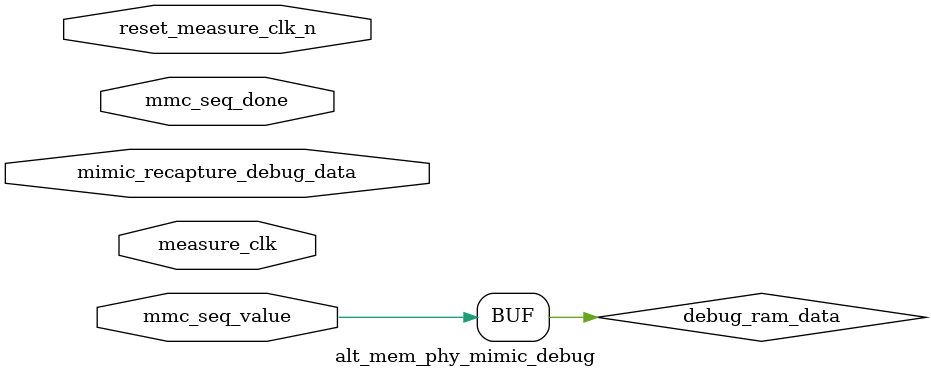
<source format=v>


/* Legal Notice: (C)2006 Altera Corporation. All rights reserved.  Your
   use of Altera Corporation's design tools, logic functions and other
   software and tools, and its AMPP partner logic functions, and any
   output files any of the foregoing (including device programming or
   simulation files), and any associated documentation or information are
   expressly subject to the terms and conditions of the Altera Program
   License Subscription Agreement or other applicable license agreement,
   including, without limitation, that your use is for the sole purpose
   of programming logic devices manufactured by Altera and sold by Altera
   or its authorized distributors.  Please refer to the applicable
   agreement for further details. */


/*-----------------------------------------------------------------------------
  Title           : Address and Command

  File:  $RCSfile : alt_mem_phy_mimic_debug.v,v $

  Last Modified   : $Date: 2018/07/18 $

  Revision        : $Revision: #1 $

  Abstract        : The mimic unit contains the debug logic for the mimic path
-----------------------------------------------------------------------------*/
//#end


/* -----------------------------------------------------------------------------
// module description                                                        
----------------------------------------------------------------------------- */
//#mw_prefix ("alt_mem_phy_mimic_debug")
module alt_mem_phy_mimic_debug(
//#end
        // Inputs
        
        // Clocks 
        measure_clk,    // full rate clock from PLL

        // Active low reset                             
        reset_measure_clk_n, 

        mimic_recapture_debug_data, // from user board button
        
        mmc_seq_done,   // mimic calibration finished for the current PLL phase
        mmc_seq_value   // result value of the mimic calibration        

        );


   // Parameters 

   parameter NUM_DEBUG_SAMPLES_TO_STORE = 4096;   // can range from 4096 to 524288
   parameter PLL_STEPS_PER_CYCLE        = 24;     // can  range from 16 to 48  
   
   input wire measure_clk;  
   input wire reset_measure_clk_n;

   input wire mimic_recapture_debug_data;

   input wire mmc_seq_done; 
   input wire mmc_seq_value; 


   function integer clogb2;
      input [31:0] value;
      for (clogb2=0; value>0; clogb2=clogb2+1)
          value = value >> 1;
   endfunction // clogb2
   

   parameter RAM_WR_ADDRESS_WIDTH = clogb2(NUM_DEBUG_SAMPLES_TO_STORE - 1); // can range from 12 to 19 


   reg                                       s_clr_ram_wr_address_count; 

   reg [(clogb2(PLL_STEPS_PER_CYCLE)-1) : 0] mimic_sample_count;        

   reg [RAM_WR_ADDRESS_WIDTH-1 : 0 ]         ram_write_address; 
   wire                                      ram_wr_enable;             
   wire [0:0]                                debug_ram_data;            
   reg                                       clear_ram_wr_enable;               

   reg [1:0]                                 mimic_recapture_debug_data_metastable; 

   wire                                      mimic_done_in_dbg; // for internal use, just 1 measure_clk cycles long
   reg                                       mmc_seq_done_r;               
  

   // generate mimic_done_in_debug : a single clock wide pulse based on the rising edge of mmc_seq_done:

   always @ (posedge measure_clk or negedge reset_measure_clk_n)
   begin  
     if (reset_measure_clk_n == 1'b0)      // asynchronous reset (active low)
     begin
         mmc_seq_done_r <= 1'b0;
     end
     else

     begin
         mmc_seq_done_r <= mmc_seq_done;
     end
      
   end


   assign mimic_done_in_dbg   = mmc_seq_done && !mmc_seq_done_r;  

   assign ram_wr_enable       = mimic_done_in_dbg && !clear_ram_wr_enable;
   assign debug_ram_data[0]   = mmc_seq_value;

    

  altsyncram #(

                .clock_enable_input_a   ( "BYPASS"),
                .clock_enable_output_a  ( "BYPASS"),
                .intended_device_family ( "Stratix II"),
                .lpm_hint               ( "ENABLE_RUNTIME_MOD=YES, INSTANCE_NAME=MRAM"),
                .lpm_type               ( "altsyncram"),
                .maximum_depth          ( 4096),
                .numwords_a             ( 4096),
                .operation_mode         ( "SINGLE_PORT"),
                .outdata_aclr_a         ( "NONE"),
                .outdata_reg_a          ( "UNREGISTERED"),
                .power_up_uninitialized ( "FALSE"),
                .widthad_a              ( 12),
                .width_a                ( 1),
                .width_byteena_a        ( 1)
        )
         altsyncram_component (
                .wren_a                 ( ram_wr_enable),
                .clock0                 ( measure_clk),
                .address_a              ( ram_write_address),
                .data_a                 ( debug_ram_data),
                .q_a                    ( )
        );
   

   

  //  Metastability_mimic_recapture_debug_data : 
  always @(posedge measure_clk or negedge reset_measure_clk_n)
  begin

    if (reset_measure_clk_n == 1'b0)
    begin 
        mimic_recapture_debug_data_metastable    <=  2'b0;
    end
    else

    begin
        mimic_recapture_debug_data_metastable[0] <= mimic_recapture_debug_data;
        mimic_recapture_debug_data_metastable[1] <= mimic_recapture_debug_data_metastable[0];   
    end
    
  end 
   


  //mimic_sample_counter : 
  always @(posedge measure_clk or negedge reset_measure_clk_n)
  begin
  
    if (reset_measure_clk_n == 1'b0) 
    begin
        mimic_sample_count <= 0;        // (others => '0'); 
    end  
    else

    begin
      if (mimic_done_in_dbg == 1'b1)
      begin
          mimic_sample_count <= mimic_sample_count + 1'b1;       

          if (mimic_sample_count == PLL_STEPS_PER_CYCLE-1)
          begin
              mimic_sample_count <= 0; //(others => '0');
          end
                
      end 
      
    end 
  
  end 

  

  //RAMWrAddressCounter : 
  always @(posedge measure_clk or negedge reset_measure_clk_n)
  begin
  
      if (reset_measure_clk_n == 1'b0)
      begin
          ram_write_address <= 0;      //(others => '0');   
          clear_ram_wr_enable <= 1'b0;
      end
      else

      begin
  
          if (s_clr_ram_wr_address_count == 1'b1) // then --Active high synchronous reset
          begin
              ram_write_address <= 0;      //(others => '0');
              clear_ram_wr_enable <= 1'b1;         
          end

          else       
          begin
              clear_ram_wr_enable <= 1'b0;   
          
              if (mimic_done_in_dbg == 1'b1)
              begin
                  if (ram_write_address != NUM_DEBUG_SAMPLES_TO_STORE-1)  
                  begin 
                      ram_write_address <= ram_write_address + 1'b1;             
                  end
                  
                  else
                  begin
                      clear_ram_wr_enable <= 1'b1;        
                  end 
              end
          
          end 
      
      end
  
  end 
  
  //ClearRAMWrAddressCounter : 
  always @(posedge measure_clk or negedge reset_measure_clk_n)
  begin
  
      if (reset_measure_clk_n == 1'b0)
      begin
          s_clr_ram_wr_address_count <= 1'b0;  
      end       

      else
      begin
          if (mimic_recapture_debug_data_metastable[1] == 1'b1)
          begin
              s_clr_ram_wr_address_count <= 1'b1;
          end
       
          else if (mimic_sample_count == 0)       
          begin
              s_clr_ram_wr_address_count <= 1'b0;
          end
      
      end 
  
  end 
  
  endmodule

</source>
